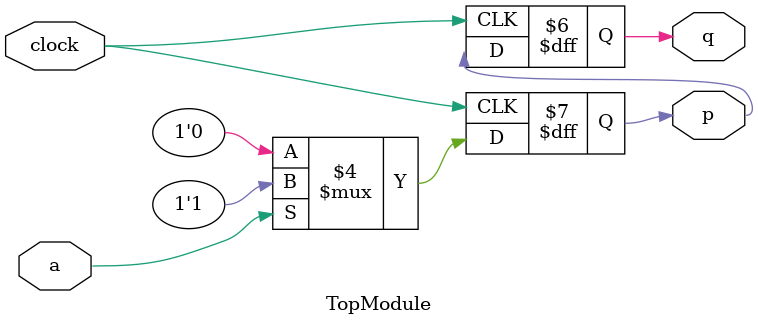
<source format=sv>
module TopModule(
    input logic clock,
    input logic a,
    output logic p,
    output logic q
);

    // Sequential logic for output p
    always @(posedge clock) begin
        if (a) begin
            p <= 1'b1;
        end else begin
            p <= 1'b0;
        end
    end

    // Sequential logic for output q
    always @(negedge clock) begin
        q <= p;
    end

endmodule
</source>
